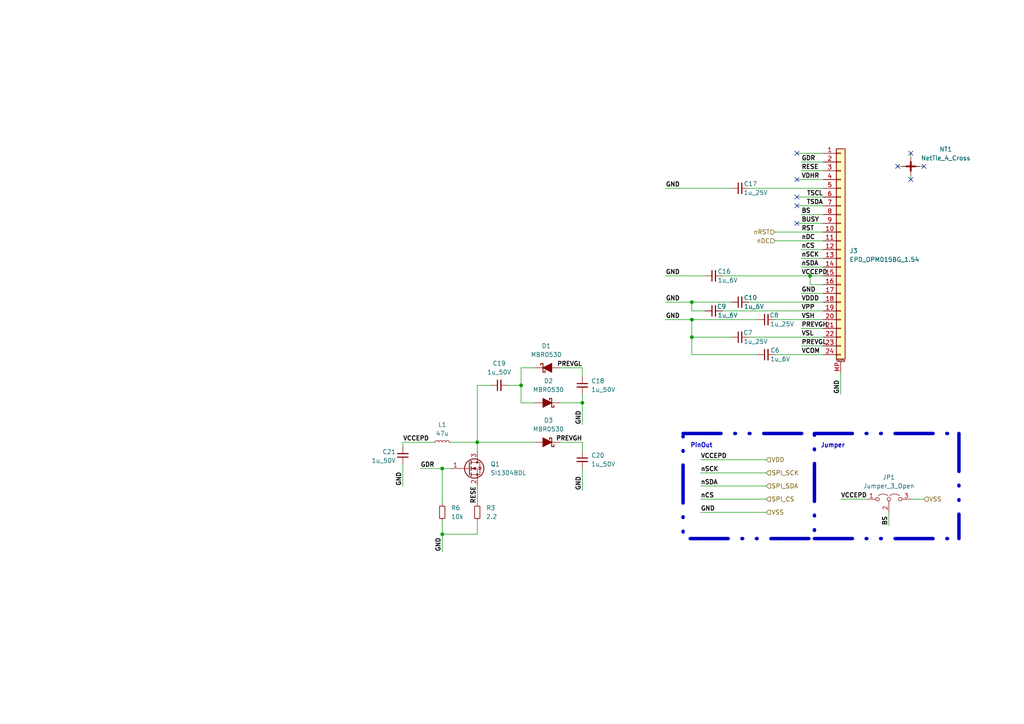
<source format=kicad_sch>
(kicad_sch (version 20231120) (generator "eeschema") (generator_version "8.0")
  (paper "A4")
  (lib_symbols
    (symbol "Library:C_Small" (pin_numbers hide) (pin_names (offset 0.254) hide)
      (property "Reference" "C" (at 0.254 1.778 0))
      (property "Value" "C_Small" (at 0.254 -2.032 0))
      (symbol "C_Small_0_1"
        (polyline (pts (xy -1.524 -0.508) (xy 1.524 -0.508)) (stroke (width 0.3302)))
        (polyline (pts (xy -1.524 0.508) (xy 1.524 0.508)) (stroke (width 0.3048)))
      )
      (symbol "C_Small_1_1"
        (pin passive line (at 0 2.54 270) (length 2.032) (name "~") (number "1"))
        (pin passive line (at 0 -2.54 90) (length 2.032) (name "~") (number "2"))
      )
    )
    (symbol "Library:Conn_01x24_MountingPin" (pin_names (offset 1.016) hide)
      (property "Reference" "J" (at 0 30.48 0))
      (property "Value" "Conn_01x24_MountingPin" (at 1.27 -33.02 0))
      (symbol "Conn_01x24_MountingPin_1_1"
        (rectangle (start -1.27 -30.353) (end 0 -30.607) (stroke (width 0.1524)))
        (rectangle (start -1.27 -27.813) (end 0 -28.067) (stroke (width 0.1524)))
        (rectangle (start -1.27 -25.273) (end 0 -25.527) (stroke (width 0.1524)))
        (rectangle (start -1.27 -22.733) (end 0 -22.987) (stroke (width 0.1524)))
        (rectangle (start -1.27 -20.193) (end 0 -20.447) (stroke (width 0.1524)))
        (rectangle (start -1.27 -17.653) (end 0 -17.907) (stroke (width 0.1524)))
        (rectangle (start -1.27 -15.113) (end 0 -15.367) (stroke (width 0.1524)))
        (rectangle (start -1.27 -12.573) (end 0 -12.827) (stroke (width 0.1524)))
        (rectangle (start -1.27 -10.033) (end 0 -10.287) (stroke (width 0.1524)))
        (rectangle (start -1.27 -7.493) (end 0 -7.747) (stroke (width 0.1524)))
        (rectangle (start -1.27 -4.953) (end 0 -5.207) (stroke (width 0.1524)))
        (rectangle (start -1.27 -2.413) (end 0 -2.667) (stroke (width 0.1524)))
        (rectangle (start -1.27 0.127) (end 0 -0.127) (stroke (width 0.1524)))
        (rectangle (start -1.27 2.667) (end 0 2.413) (stroke (width 0.1524)))
        (rectangle (start -1.27 5.207) (end 0 4.953) (stroke (width 0.1524)))
        (rectangle (start -1.27 7.747) (end 0 7.493) (stroke (width 0.1524)))
        (rectangle (start -1.27 10.287) (end 0 10.033) (stroke (width 0.1524)))
        (rectangle (start -1.27 12.827) (end 0 12.573) (stroke (width 0.1524)))
        (rectangle (start -1.27 15.367) (end 0 15.113) (stroke (width 0.1524)))
        (rectangle (start -1.27 17.907) (end 0 17.653) (stroke (width 0.1524)))
        (rectangle (start -1.27 20.447) (end 0 20.193) (stroke (width 0.1524)))
        (rectangle (start -1.27 22.987) (end 0 22.733) (stroke (width 0.1524)))
        (rectangle (start -1.27 25.527) (end 0 25.273) (stroke (width 0.1524)))
        (rectangle (start -1.27 28.067) (end 0 27.813) (stroke (width 0.1524)))
        (rectangle (start -1.27 29.21) (end 1.27 -31.75) (stroke (width 0.254)) (fill (type background)))
        (polyline (pts (xy -1.016 -32.512) (xy 1.016 -32.512)) (stroke (width 0.1524)))
        (text "Mounting" (at 0 -32.131 0) (effects (font (size 0.381 0.381))))
        (pin passive line (at -5.08 27.94 0) (length 3.81) (name "Pin_1") (number "1"))
        (pin passive line (at -5.08 5.08 0) (length 3.81) (name "Pin_10") (number "10"))
        (pin passive line (at -5.08 2.54 0) (length 3.81) (name "Pin_11") (number "11"))
        (pin passive line (at -5.08 0 0) (length 3.81) (name "Pin_12") (number "12"))
        (pin passive line (at -5.08 -2.54 0) (length 3.81) (name "Pin_13") (number "13"))
        (pin passive line (at -5.08 -5.08 0) (length 3.81) (name "Pin_14") (number "14"))
        (pin passive line (at -5.08 -7.62 0) (length 3.81) (name "Pin_15") (number "15"))
        (pin passive line (at -5.08 -10.16 0) (length 3.81) (name "Pin_16") (number "16"))
        (pin passive line (at -5.08 -12.7 0) (length 3.81) (name "Pin_17") (number "17"))
        (pin passive line (at -5.08 -15.24 0) (length 3.81) (name "Pin_18") (number "18"))
        (pin passive line (at -5.08 -17.78 0) (length 3.81) (name "Pin_19") (number "19"))
        (pin passive line (at -5.08 25.4 0) (length 3.81) (name "Pin_2") (number "2"))
        (pin passive line (at -5.08 -20.32 0) (length 3.81) (name "Pin_20") (number "20"))
        (pin passive line (at -5.08 -22.86 0) (length 3.81) (name "Pin_21") (number "21"))
        (pin passive line (at -5.08 -25.4 0) (length 3.81) (name "Pin_22") (number "22"))
        (pin passive line (at -5.08 -27.94 0) (length 3.81) (name "Pin_23") (number "23"))
        (pin passive line (at -5.08 -30.48 0) (length 3.81) (name "Pin_24") (number "24"))
        (pin passive line (at -5.08 22.86 0) (length 3.81) (name "Pin_3") (number "3"))
        (pin passive line (at -5.08 20.32 0) (length 3.81) (name "Pin_4") (number "4"))
        (pin passive line (at -5.08 17.78 0) (length 3.81) (name "Pin_5") (number "5"))
        (pin passive line (at -5.08 15.24 0) (length 3.81) (name "Pin_6") (number "6"))
        (pin passive line (at -5.08 12.7 0) (length 3.81) (name "Pin_7") (number "7"))
        (pin passive line (at -5.08 10.16 0) (length 3.81) (name "Pin_8") (number "8"))
        (pin passive line (at -5.08 7.62 0) (length 3.81) (name "Pin_9") (number "9"))
        (pin passive line (at 0 -35.56 90) (length 3.048) (name "MountPin") (number "MP"))
      )
    )
    (symbol "Library:Jumper_3_Open" (pin_names (offset 0) hide) (exclude_from_sim yes) (in_bom no)
      (property "Reference" "JP" (at -2.54 -2.54 0))
      (property "Value" "Jumper_3_Open" (at 0 2.794 0))
      (symbol "Jumper_3_Open_0_0"
        (circle (center -3.302 0) (radius 0.508))
        (circle (center 0 0) (radius 0.508))
        (circle (center 3.302 0) (radius 0.508))
      )
      (symbol "Jumper_3_Open_0_1"
        (arc (start -0.254 1.016) (mid -1.651 1.4992) (end -3.048 1.016))
        (polyline (pts (xy 0 -0.508) (xy 0 -1.27)))
        (arc (start 3.048 1.016) (mid 1.651 1.4992) (end 0.254 1.016))
      )
      (symbol "Jumper_3_Open_1_1"
        (pin passive line (at -6.35 0 0) (length 2.54) (name "A") (number "1"))
        (pin passive line (at 0 -3.81 90) (length 2.54) (name "C") (number "2"))
        (pin passive line (at 6.35 0 180) (length 2.54) (name "B") (number "3"))
      )
    )
    (symbol "Library:L_Small" (pin_numbers hide) (pin_names (offset 0.254) hide)
      (property "Reference" "L" (at 0.762 1.016 0))
      (property "Value" "L_Small" (at 0.762 -1.016 0))
      (symbol "L_Small_0_1"
        (arc (start 0 -2.032) (mid 0.5058 -1.524) (end 0 -1.016))
        (arc (start 0 -1.016) (mid 0.5058 -0.508) (end 0 0))
        (arc (start 0 0) (mid 0.5058 0.508) (end 0 1.016))
        (arc (start 0 1.016) (mid 0.5058 1.524) (end 0 2.032))
      )
      (symbol "L_Small_1_1"
        (pin passive line (at 0 2.54 270) (length 0.508) (name "~") (number "1"))
        (pin passive line (at 0 -2.54 90) (length 0.508) (name "~") (number "2"))
      )
    )
    (symbol "Library:MBR0530" (pin_numbers hide) (pin_names (offset 1.016) hide)
      (property "Reference" "D" (at 0 5.08 0))
      (property "Value" "MBR0530" (at 0 2.54 0))
      (symbol "MBR0530_0_1"
        (polyline (pts (xy -1.27 0) (xy 1.27 0)))
        (polyline (pts (xy -1.27 -1.27) (xy -1.27 1.27) (xy 1.27 0) (xy -1.27 -1.27)) (stroke (width 0.254)) (fill (type outline)))
        (polyline (pts (xy 1.905 -0.762) (xy 1.905 -1.27) (xy 1.27 -1.27) (xy 1.27 1.27) (xy 0.635 1.27) (xy 0.635 0.762)) (stroke (width 0.254)))
      )
      (symbol "MBR0530_0_2"
        (polyline (pts (xy -2.54 -2.54) (xy 2.54 2.54)))
        (polyline (pts (xy 0 1.778) (xy 1.778 0)) (stroke (width 0.254)))
        (polyline (pts (xy 0 1.778) (xy -0.381 1.397) (xy 0 1.016)) (stroke (width 0.254)))
        (polyline (pts (xy 1.778 0) (xy 2.159 0.381) (xy 1.778 0.762)) (stroke (width 0.254)))
        (polyline (pts (xy -0.889 -0.889) (xy -1.778 0) (xy 0.889 0.889) (xy 0 -1.778) (xy -0.889 -0.889)) (stroke (width 0.254)) (fill (type outline)))
      )
      (symbol "MBR0530_1_1"
        (pin passive line (at 3.81 0 180) (length 2.54) (name "K") (number "1"))
        (pin passive line (at -3.81 0 0) (length 2.54) (name "A") (number "2"))
      )
      (symbol "MBR0530_1_2"
        (pin passive line (at 2.54 2.54 180) (length 0) (name "K") (number "1"))
        (pin passive line (at -2.54 -2.54 0) (length 0) (name "A") (number "2"))
      )
    )
    (symbol "Library:NetTie_4_Cross" (pin_numbers hide) (pin_names (offset 0) hide) (in_bom no)
      (property "Reference" "NT" (at 0.635 1.27 0))
      (property "Value" "NetTie_4_Cross" (at 0.635 -1.27 0))
      (symbol "NetTie_4_Cross_0_1"
        (polyline (pts (xy -1.27 0) (xy 1.27 0)) (stroke (width 0.508)))
        (polyline (pts (xy 0 -1.27) (xy 0 1.27)) (stroke (width 0.508)))
      )
      (symbol "NetTie_4_Cross_1_1"
        (pin passive line (at -2.54 0 0) (length 2.54) (name "1") (number "1"))
        (pin passive line (at 2.54 0 180) (length 2.54) (name "2") (number "2"))
        (pin passive line (at 0 2.54 270) (length 2.54) (name "3") (number "3"))
        (pin passive line (at 0 -2.54 90) (length 2.54) (name "4") (number "4"))
      )
    )
    (symbol "Library:Q_NMOS_GSD" (pin_names (offset 0) hide)
      (property "Reference" "Q" (at 5.08 1.27 0))
      (property "Value" "Q_NMOS_GSD" (at 5.08 -1.27 0))
      (symbol "Q_NMOS_GSD_0_1"
        (polyline (pts (xy 0.254 0) (xy -2.54 0)))
        (polyline (pts (xy 0.254 1.905) (xy 0.254 -1.905)) (stroke (width 0.254)))
        (polyline (pts (xy 0.762 -1.27) (xy 0.762 -2.286)) (stroke (width 0.254)))
        (polyline (pts (xy 0.762 0.508) (xy 0.762 -0.508)) (stroke (width 0.254)))
        (polyline (pts (xy 0.762 2.286) (xy 0.762 1.27)) (stroke (width 0.254)))
        (polyline (pts (xy 2.54 2.54) (xy 2.54 1.778)))
        (polyline (pts (xy 2.54 -2.54) (xy 2.54 0) (xy 0.762 0)))
        (polyline (pts (xy 0.762 -1.778) (xy 3.302 -1.778) (xy 3.302 1.778) (xy 0.762 1.778)))
        (polyline (pts (xy 1.016 0) (xy 2.032 0.381) (xy 2.032 -0.381) (xy 1.016 0)) (fill (type outline)))
        (polyline (pts (xy 2.794 0.508) (xy 2.921 0.381) (xy 3.683 0.381) (xy 3.81 0.254)))
        (polyline (pts (xy 3.302 0.381) (xy 2.921 -0.254) (xy 3.683 -0.254) (xy 3.302 0.381)))
        (circle (center 1.651 0) (radius 2.794) (stroke (width 0.254)))
        (circle (center 2.54 -1.778) (radius 0.254) (fill (type outline)))
        (circle (center 2.54 1.778) (radius 0.254) (fill (type outline)))
      )
      (symbol "Q_NMOS_GSD_1_1"
        (pin input line (at -5.08 0 0) (length 2.54) (name "G") (number "1"))
        (pin passive line (at 2.54 -5.08 90) (length 2.54) (name "S") (number "2"))
        (pin passive line (at 2.54 5.08 270) (length 2.54) (name "D") (number "3"))
      )
    )
    (symbol "Library:R_Small" (pin_numbers hide) (pin_names (offset 0.254) hide)
      (property "Reference" "R" (at 0.762 0.508 0))
      (property "Value" "R_Small" (at 0.762 -1.016 0))
      (symbol "R_Small_0_1"
        (rectangle (start -0.762 1.778) (end 0.762 -1.778) (stroke (width 0.2032)))
      )
      (symbol "R_Small_1_1"
        (pin passive line (at 0 2.54 270) (length 0.762) (name "~") (number "1"))
        (pin passive line (at 0 -2.54 90) (length 0.762) (name "~") (number "2"))
      )
    )
  )
  (junction (at 168.91 116.84))
  (junction (at 128.27 154.94))
  (junction (at 138.43 128.27))
  (junction (at 200.66 97.79))
  (junction (at 234.95 80.01))
  (junction (at 151.13 111.76))
  (junction (at 128.27 135.89))
  (junction (at 200.66 87.63))
  (junction (at 200.66 92.71))
  (no_connect (at 231.14 44.45))
  (no_connect (at 231.14 57.15))
  (no_connect (at 260.35 48.26))
  (no_connect (at 264.16 44.45))
  (no_connect (at 231.14 59.69))
  (no_connect (at 267.97 48.26))
  (no_connect (at 231.14 52.07))
  (no_connect (at 264.16 52.07))
  (no_connect (at 231.14 64.77))
  (wire (pts (xy 238.76 82.55) (xy 234.95 82.55)))
  (wire (pts (xy 203.2 137.16) (xy 222.25 137.16)))
  (wire (pts (xy 128.27 135.89) (xy 130.81 135.89)))
  (polyline (pts (xy 278.13 125.73) (xy 278.13 156.21)) (stroke (width 1) (type dash_dot_dot)))
  (wire (pts (xy 130.81 128.27) (xy 138.43 128.27)))
  (wire (pts (xy 212.09 87.63) (xy 200.66 87.63)))
  (wire (pts (xy 209.55 90.17) (xy 238.76 90.17)))
  (wire (pts (xy 243.84 144.78) (xy 251.46 144.78)))
  (wire (pts (xy 203.2 144.78) (xy 222.25 144.78)))
  (wire (pts (xy 200.66 87.63) (xy 200.66 90.17)))
  (wire (pts (xy 234.95 82.55) (xy 234.95 80.01)))
  (wire (pts (xy 260.35 48.26) (xy 261.62 48.26)))
  (wire (pts (xy 232.41 85.09) (xy 238.76 85.09)))
  (wire (pts (xy 232.41 72.39) (xy 238.76 72.39)))
  (wire (pts (xy 231.14 57.15) (xy 238.76 57.15)))
  (wire (pts (xy 193.04 92.71) (xy 200.66 92.71)))
  (wire (pts (xy 224.79 69.85) (xy 238.76 69.85)))
  (wire (pts (xy 147.32 111.76) (xy 151.13 111.76)))
  (wire (pts (xy 193.04 80.01) (xy 204.47 80.01)))
  (wire (pts (xy 151.13 106.68) (xy 151.13 111.76)))
  (wire (pts (xy 138.43 140.97) (xy 138.43 146.05)))
  (wire (pts (xy 168.91 130.81) (xy 168.91 128.27)))
  (wire (pts (xy 168.91 109.22) (xy 168.91 106.68)))
  (wire (pts (xy 168.91 116.84) (xy 168.91 114.3)))
  (wire (pts (xy 217.17 97.79) (xy 238.76 97.79)))
  (wire (pts (xy 231.14 44.45) (xy 238.76 44.45)))
  (wire (pts (xy 200.66 92.71) (xy 219.71 92.71)))
  (wire (pts (xy 232.41 74.93) (xy 238.76 74.93)))
  (wire (pts (xy 232.41 62.23) (xy 238.76 62.23)))
  (wire (pts (xy 232.41 46.99) (xy 238.76 46.99)))
  (wire (pts (xy 200.66 97.79) (xy 212.09 97.79)))
  (wire (pts (xy 168.91 106.68) (xy 162.56 106.68)))
  (wire (pts (xy 154.94 106.68) (xy 151.13 106.68)))
  (wire (pts (xy 125.73 128.27) (xy 116.84 128.27)))
  (wire (pts (xy 264.16 144.78) (xy 267.97 144.78)))
  (wire (pts (xy 232.41 100.33) (xy 238.76 100.33)))
  (wire (pts (xy 234.95 80.01) (xy 238.76 80.01)))
  (wire (pts (xy 232.41 77.47) (xy 238.76 77.47)))
  (wire (pts (xy 162.56 128.27) (xy 168.91 128.27)))
  (wire (pts (xy 128.27 135.89) (xy 128.27 146.05)))
  (wire (pts (xy 217.17 87.63) (xy 238.76 87.63)))
  (wire (pts (xy 138.43 154.94) (xy 128.27 154.94)))
  (wire (pts (xy 217.17 54.61) (xy 238.76 54.61)))
  (wire (pts (xy 138.43 151.13) (xy 138.43 154.94)))
  (wire (pts (xy 200.66 97.79) (xy 200.66 92.71)))
  (wire (pts (xy 203.2 140.97) (xy 222.25 140.97)))
  (wire (pts (xy 219.71 102.87) (xy 200.66 102.87)))
  (wire (pts (xy 154.94 128.27) (xy 138.43 128.27)))
  (wire (pts (xy 203.2 148.59) (xy 222.25 148.59)))
  (wire (pts (xy 231.14 64.77) (xy 238.76 64.77)))
  (wire (pts (xy 128.27 154.94) (xy 128.27 160.02)))
  (wire (pts (xy 231.14 52.07) (xy 238.76 52.07)))
  (wire (pts (xy 264.16 44.45) (xy 264.16 45.72)))
  (wire (pts (xy 222.25 133.35) (xy 203.2 133.35)))
  (wire (pts (xy 224.79 102.87) (xy 238.76 102.87)))
  (wire (pts (xy 116.84 128.27) (xy 116.84 129.54)))
  (wire (pts (xy 138.43 111.76) (xy 138.43 128.27)))
  (wire (pts (xy 200.66 102.87) (xy 200.66 97.79)))
  (wire (pts (xy 168.91 116.84) (xy 168.91 123.19)))
  (polyline (pts (xy 236.22 156.21) (xy 278.13 156.21)) (stroke (width 1) (type dash_dot_dot)))
  (wire (pts (xy 138.43 128.27) (xy 138.43 130.81)))
  (wire (pts (xy 231.14 59.69) (xy 238.76 59.69)))
  (wire (pts (xy 193.04 54.61) (xy 212.09 54.61)))
  (wire (pts (xy 162.56 116.84) (xy 168.91 116.84)))
  (wire (pts (xy 209.55 80.01) (xy 234.95 80.01)))
  (wire (pts (xy 193.04 87.63) (xy 200.66 87.63)))
  (wire (pts (xy 224.79 67.31) (xy 238.76 67.31)))
  (wire (pts (xy 200.66 90.17) (xy 204.47 90.17)))
  (wire (pts (xy 128.27 151.13) (xy 128.27 154.94)))
  (wire (pts (xy 121.92 135.89) (xy 128.27 135.89)))
  (wire (pts (xy 264.16 52.07) (xy 264.16 50.8)))
  (wire (pts (xy 232.41 49.53) (xy 238.76 49.53)))
  (polyline (pts (xy 236.22 125.73) (xy 278.13 125.73)) (stroke (width 1) (type dash_dot_dot)))
  (wire (pts (xy 116.84 134.62) (xy 116.84 140.97)))
  (wire (pts (xy 142.24 111.76) (xy 138.43 111.76)))
  (wire (pts (xy 232.41 95.25) (xy 238.76 95.25)))
  (wire (pts (xy 224.79 92.71) (xy 238.76 92.71)))
  (wire (pts (xy 257.81 148.59) (xy 257.81 152.4)))
  (wire (pts (xy 168.91 135.89) (xy 168.91 142.24)))
  (wire (pts (xy 151.13 116.84) (xy 154.94 116.84)))
  (wire (pts (xy 243.84 107.95) (xy 243.84 114.3)))
  (wire (pts (xy 266.7 48.26) (xy 267.97 48.26)))
  (wire (pts (xy 151.13 111.76) (xy 151.13 116.84)))
  (rectangle (start 198.12 125.73) (end 236.22 156.21) (stroke (width 1) (type dash_dot_dot)))
  (text "PinOut" (at 203.454 129.286 0) (effects (font (size 1.27 1.27) (thickness 0.254) (bold yes))))
  (text "Jumper" (at 241.554 129.286 0) (effects (font (size 1.27 1.27) (thickness 0.254) (bold yes))))
  (label "GND" (at 193.04 87.63 0) (effects (font (thickness 0.254) (bold yes))))
  (label "BS" (at 257.81 152.4 90) (effects (font (thickness 0.254) (bold yes))))
  (label "TSCL" (at 238.76 57.15 180) (effects (font (thickness 0.254) (bold yes))))
  (label "RST" (at 232.41 67.31 0) (effects (font (thickness 0.254) (bold yes))))
  (label "PREVGL" (at 232.41 100.33 0) (effects (font (thickness 0.254) (bold yes))))
  (label "BUSY" (at 232.41 64.77 0) (effects (font (thickness 0.254) (bold yes))))
  (label "BS" (at 232.41 62.23 0) (effects (font (thickness 0.254) (bold yes))))
  (label "GND" (at 203.2 148.59 0) (effects (font (thickness 0.254) (bold yes))))
  (label "nSCK" (at 203.2 137.16 0) (effects (font (thickness 0.254) (bold yes))))
  (label "VDDD" (at 232.41 87.63 0) (effects (font (thickness 0.254) (bold yes))))
  (label "GND" (at 193.04 92.71 0) (effects (font (thickness 0.254) (bold yes))))
  (label "RESE" (at 138.43 146.05 90) (effects (font (thickness 0.254) (bold yes))))
  (label "GND" (at 232.41 85.09 0) (effects (font (thickness 0.254) (bold yes))))
  (label "nDC" (at 232.41 69.85 0) (effects (font (thickness 0.254) (bold yes))))
  (label "VSH" (at 232.41 92.71 0) (effects (font (thickness 0.254) (bold yes))))
  (label "nSDA" (at 232.41 77.47 0) (effects (font (thickness 0.254) (bold yes))))
  (label "PREVGH" (at 232.41 95.25 0) (effects (font (thickness 0.254) (bold yes))))
  (label "VSL" (at 232.41 97.79 0) (effects (font (thickness 0.254) (bold yes))))
  (label "VPP" (at 232.41 90.17 0) (effects (font (thickness 0.254) (bold yes))))
  (label "VCCEPD" (at 203.2 133.35 0) (effects (font (thickness 0.254) (bold yes))))
  (label "VDHR" (at 232.41 52.07 0) (effects (font (thickness 0.254) (bold yes))))
  (label "GND" (at 168.91 142.24 90) (effects (font (thickness 0.254) (bold yes))))
  (label "VCCEPD" (at 232.41 80.01 0) (effects (font (thickness 0.254) (bold yes))))
  (label "VCCEPD" (at 116.84 128.27 0) (effects (font (thickness 0.254) (bold yes))))
  (label "nSDA" (at 203.2 140.97 0) (effects (font (thickness 0.254) (bold yes))))
  (label "nCS" (at 203.2 144.78 0) (effects (font (thickness 0.254) (bold yes))))
  (label "TSDA" (at 238.76 59.69 180) (effects (font (thickness 0.254) (bold yes))))
  (label "GND" (at 193.04 80.01 0) (effects (font (thickness 0.254) (bold yes))))
  (label "GND" (at 128.27 160.02 90) (effects (font (thickness 0.254) (bold yes))))
  (label "GND" (at 168.91 123.19 90) (effects (font (thickness 0.254) (bold yes))))
  (label "nCS" (at 232.41 72.39 0) (effects (font (thickness 0.254) (bold yes))))
  (label "VCCEPD" (at 243.84 144.78 0) (effects (font (thickness 0.254) (bold yes))))
  (label "VCOM" (at 232.41 102.87 0) (effects (font (thickness 0.254) (bold yes))))
  (label "GDR" (at 232.41 46.99 0) (effects (font (thickness 0.254) (bold yes))))
  (label "nSCK" (at 232.41 74.93 0) (effects (font (thickness 0.254) (bold yes))))
  (label "GND" (at 243.84 114.3 90) (effects (font (thickness 0.254) (bold yes))))
  (label "GND" (at 116.84 140.97 90) (effects (font (thickness 0.254) (bold yes))))
  (label "PREVGL" (at 168.91 106.68 180) (effects (font (thickness 0.254) (bold yes))))
  (label "PREVGH" (at 168.91 128.27 180) (effects (font (thickness 0.254) (bold yes))))
  (label "GND" (at 193.04 54.61 0) (effects (font (thickness 0.254) (bold yes))))
  (label "RESE" (at 232.41 49.53 0) (effects (font (thickness 0.254) (bold yes))))
  (label "GDR" (at 121.92 135.89 0) (effects (font (thickness 0.254) (bold yes))))
  (hierarchical_label "nRST" (shape input) (at 224.79 67.31 180))
  (hierarchical_label "VDD" (shape input) (at 222.25 133.35 0))
  (hierarchical_label "SPI_SDA" (shape input) (at 222.25 140.97 0) (effects (font (thickness 0.1588))))
  (hierarchical_label "VSS" (shape input) (at 267.97 144.78 0))
  (hierarchical_label "nDC" (shape input) (at 224.79 69.85 180))
  (hierarchical_label "VSS" (shape input) (at 222.25 148.59 0))
  (hierarchical_label "SPI_SCK" (shape input) (at 222.25 137.16 0) (effects (font (thickness 0.1588))))
  (hierarchical_label "SPI_CS" (shape input) (at 222.25 144.78 0) (effects (font (thickness 0.1588))))
  (symbol (lib_id "Library:C_Small") (at 222.25 92.71 90) (unit 1)
    (property "Reference" "C8" (at 224.536 91.44 90))
    (property "Value" "1u_25V" (at 226.822 93.98 90))
    (property "Footprint" "PCM_Capacitor_SMD_AKL:C_0402_1005Metric_Pad0.74x0.62mm_HandSolder" (effects (hide yes)))
    (property "Description" "Unpolarized capacitor, small symbol" (effects (hide yes)))
    (property "Type" "V105K0402X6S250NCT" (effects (hide yes)))
    (property "Manufacturer" "VIIYONG" (effects (hide yes)))
  )
  (symbol (lib_id "Library:C_Small") (at 207.01 90.17 90) (unit 1)
    (property "Reference" "C9" (at 209.296 88.9 90))
    (property "Value" "1u_6V" (at 211.074 91.44 90))
    (property "Footprint" "PCM_Capacitor_SMD_AKL:C_0402_1005Metric_Pad0.74x0.62mm_HandSolder" (effects (hide yes)))
    (property "Description" "Unpolarized capacitor, small symbol" (effects (hide yes)))
    (property "Type" "V105K0402X5R160NBT" (effects (hide yes)))
    (property "Manufacturer" "VIIYONG" (effects (hide yes)))
  )
  (symbol (lib_id "Library:C_Small") (at 168.91 133.35 0) (unit 1)
    (property "Reference" "C20" (at 171.45 132.0862 0) (effects (justify left)))
    (property "Value" "1u_50V" (at 171.45 134.6262 0) (effects (justify left)))
    (property "Footprint" "PCM_Capacitor_SMD_AKL:C_0402_1005Metric_Pad0.74x0.62mm_HandSolder" (effects (hide yes)))
    (property "Description" "Unpolarized capacitor, small symbol" (effects (hide yes)))
    (property "Type" "HGC0402R5105K500NTEJ" (effects (hide yes)))
    (property "Manufacturer" "Chinocera" (effects (hide yes)))
  )
  (symbol (lib_id "Library:C_Small") (at 214.63 54.61 90) (unit 1)
    (property "Reference" "C17" (at 217.678 53.34 90))
    (property "Value" "1u_25V" (at 219.202 55.88 90))
    (property "Footprint" "PCM_Capacitor_SMD_AKL:C_0402_1005Metric_Pad0.74x0.62mm_HandSolder" (effects (hide yes)))
    (property "Description" "Unpolarized capacitor, small symbol" (effects (hide yes)))
    (property "Type" "V105K0402X6S250NCT" (effects (hide yes)))
    (property "Manufacturer" "VIIYONG" (effects (hide yes)))
  )
  (symbol (lib_id "Library:NetTie_4_Cross") (at 264.16 48.26 0) (unit 1) (in_bom no)
    (property "Reference" "NT1" (at 274.32 43.3068 0))
    (property "Value" "NetTie_4_Cross" (at 274.32 45.8468 0))
    (property "Description" "Net tie, 4 pins, cross" (effects (hide yes)))
  )
  (symbol (lib_id "Library:Q_NMOS_GSD") (at 135.89 135.89 0) (unit 1)
    (property "Reference" "Q1" (at 142.24 134.6199 0) (effects (justify left)))
    (property "Value" "SI1304BDL" (at 142.24 137.1599 0) (effects (justify left)))
    (property "Footprint" "Package_TO_SOT_SMD:SOT-323_SC-70" (effects (hide yes)))
    (property "Description" "N-MOSFET transistor, gate/source/drain" (effects (hide yes)))
    (property "Manufacturer" "VBsemi" (effects (hide yes)))
    (property "Type" "SI1304BDL-T1-GE3-VB" (effects (hide yes)))
  )
  (symbol (lib_id "Library:C_Small") (at 214.63 87.63 90) (unit 1)
    (property "Reference" "C10" (at 217.678 86.36 90))
    (property "Value" "1u_6V" (at 218.694 88.9 90))
    (property "Footprint" "PCM_Capacitor_SMD_AKL:C_0402_1005Metric_Pad0.74x0.62mm_HandSolder" (effects (hide yes)))
    (property "Description" "Unpolarized capacitor, small symbol" (effects (hide yes)))
    (property "Type" "V105K0402X5R160NBT" (effects (hide yes)))
    (property "Manufacturer" "VIIYONG" (effects (hide yes)))
  )
  (symbol (lib_id "Library:Conn_01x24_MountingPin") (at 243.84 72.39 0) (unit 1)
    (property "Reference" "J3" (at 246.38 72.7455 0) (effects (justify left)))
    (property "Value" "EPD_OPM015BG_1.54" (at 246.38 75.2855 0) (effects (justify left)))
    (property "Footprint" "Connector_FFC-FPC:Hirose_FH34SRJ-24S-0.5SH(50)_1x24_P0.50mm_Horizontal" (effects (hide yes)))
    (property "Description" "Generic connectable mounting pin connector, single row, 01x24, script generated (kicad-library-utils/schlib/autogen/connector/)" (effects (hide yes)))
  )
  (symbol (lib_id "Library:C_Small") (at 168.91 111.76 0) (unit 1)
    (property "Reference" "C18" (at 171.45 110.4962 0) (effects (justify left)))
    (property "Value" "1u_50V" (at 171.45 113.0362 0) (effects (justify left)))
    (property "Footprint" "PCM_Capacitor_SMD_AKL:C_0402_1005Metric_Pad0.74x0.62mm_HandSolder" (effects (hide yes)))
    (property "Description" "Unpolarized capacitor, small symbol" (effects (hide yes)))
    (property "Type" "HGC0402R5105K500NTEJ" (effects (hide yes)))
    (property "Manufacturer" "Chinocera" (effects (hide yes)))
  )
  (symbol (lib_id "Library:R_Small") (at 128.27 148.59 180) (unit 1)
    (property "Reference" "R6" (at 130.81 147.3199 0) (effects (justify right)))
    (property "Value" "10k" (at 130.81 149.8599 0) (effects (justify right)))
    (property "Footprint" "PCM_Resistor_SMD_AKL:R_0402_1005Metric_Pad0.72x0.64mm_HandSolder" (effects (hide yes)))
    (property "Description" "Resistor, small symbol" (effects (hide yes)))
    (property "Type" "RC-02W1002FT" (effects (hide yes)))
    (property "Manufacturer" "FH" (effects (hide yes)))
  )
  (symbol (lib_id "Library:C_Small") (at 207.01 80.01 90) (unit 1)
    (property "Reference" "C16" (at 210.058 78.74 90))
    (property "Value" "1u_6V" (at 211.074 81.28 90))
    (property "Footprint" "PCM_Capacitor_SMD_AKL:C_0402_1005Metric_Pad0.74x0.62mm_HandSolder" (effects (hide yes)))
    (property "Description" "Unpolarized capacitor, small symbol" (effects (hide yes)))
    (property "Type" "V105K0402X5R160NBT" (effects (hide yes)))
    (property "Manufacturer" "VIIYONG" (effects (hide yes)))
  )
  (symbol (lib_id "Library:R_Small") (at 138.43 148.59 180) (unit 1)
    (property "Reference" "R3" (at 140.97 147.3199 0) (effects (justify right)))
    (property "Value" "2.2" (at 140.97 149.8599 0) (effects (justify right)))
    (property "Footprint" "PCM_Resistor_SMD_AKL:R_0402_1005Metric_Pad0.72x0.64mm_HandSolder" (effects (hide yes)))
    (property "Description" "Resistor, small symbol" (effects (hide yes)))
    (property "Type" "RC-02U2R20FT" (effects (hide yes)))
    (property "Manufacturer" "FH" (effects (hide yes)))
  )
  (symbol (lib_id "Library:MBR0530") (at 158.75 106.68 180) (unit 1)
    (property "Reference" "D1" (at 158.4325 100.33 0))
    (property "Value" "MBR0530" (at 158.4325 102.87 0))
    (property "Footprint" "PCM_Diode_SMD_AKL:D_SOD-123F" (effects (hide yes)))
    (property "Datasheet" "https://www.tme.eu/Document/e987606cc6458777179b56c0f188b5da/MBR0530T1G.PDF" (effects (hide yes)))
    (property "Description" "SOD-123 Schottky diode, 30V, 0.5A, Alternate KiCAD Library" (effects (hide yes)))
    (property "Manufacturer" "FUXINSEMI" (effects (hide yes)))
    (property "Type" "MBR0530T1G" (effects (hide yes)))
  )
  (symbol (lib_id "Library:C_Small") (at 144.78 111.76 90) (unit 1)
    (property "Reference" "C19" (at 144.7863 105.41 90))
    (property "Value" "1u_50V" (at 144.7863 107.95 90))
    (property "Footprint" "PCM_Capacitor_SMD_AKL:C_0402_1005Metric_Pad0.74x0.62mm_HandSolder" (effects (hide yes)))
    (property "Description" "Unpolarized capacitor, small symbol" (effects (hide yes)))
    (property "Type" "HGC0402R5105K500NTEJ" (effects (hide yes)))
    (property "Manufacturer" "Chinocera" (effects (hide yes)))
  )
  (symbol (lib_id "Library:C_Small") (at 214.63 97.79 90) (unit 1)
    (property "Reference" "C7" (at 216.916 96.52 90))
    (property "Value" "1u_25V" (at 219.202 99.06 90))
    (property "Footprint" "PCM_Capacitor_SMD_AKL:C_0402_1005Metric_Pad0.74x0.62mm_HandSolder" (effects (hide yes)))
    (property "Description" "Unpolarized capacitor, small symbol" (effects (hide yes)))
    (property "Type" "V105K0402X6S250NCT" (effects (hide yes)))
    (property "Manufacturer" "VIIYONG" (effects (hide yes)))
  )
  (symbol (lib_id "Library:L_Small") (at 128.27 128.27 90) (unit 1)
    (property "Reference" "L1" (at 128.27 123.19 90))
    (property "Value" "47u" (at 128.27 125.73 90))
    (property "Footprint" "PCM_Inductor_SMD_Handsoldering_AKL:L_Taiyo-Yuden_NR-40xx_BigPads" (effects (hide yes)))
    (property "Description" "Inductor, small symbol" (effects (hide yes)))
    (property "Manufacturer" "cjiang" (effects (hide yes)))
    (property "Type" "FNR4030S470MT" (effects (hide yes)))
  )
  (symbol (lib_id "Library:MBR0530") (at 158.75 128.27 0) (unit 1)
    (property "Reference" "D3" (at 159.0675 121.92 0))
    (property "Value" "MBR0530" (at 159.0675 124.46 0))
    (property "Footprint" "PCM_Diode_SMD_AKL:D_SOD-123F" (effects (hide yes)))
    (property "Datasheet" "https://www.tme.eu/Document/e987606cc6458777179b56c0f188b5da/MBR0530T1G.PDF" (effects (hide yes)))
    (property "Description" "SOD-123 Schottky diode, 30V, 0.5A, Alternate KiCAD Library" (effects (hide yes)))
    (property "Manufacturer" "FUXINSEMI" (effects (hide yes)))
    (property "Type" "MBR0530T1G" (effects (hide yes)))
  )
  (symbol (lib_id "Library:C_Small") (at 116.84 132.08 180) (unit 1)
    (property "Reference" "C21" (at 114.808 131.064 0) (effects (justify left)))
    (property "Value" "1u_50V" (at 114.808 133.604 0) (effects (justify left)))
    (property "Footprint" "PCM_Capacitor_SMD_AKL:C_0402_1005Metric_Pad0.74x0.62mm_HandSolder" (effects (hide yes)))
    (property "Description" "Unpolarized capacitor, small symbol" (effects (hide yes)))
    (property "Type" "HGC0402R5105K500NTEJ" (effects (hide yes)))
    (property "Manufacturer" "Chinocera" (effects (hide yes)))
  )
  (symbol (lib_id "Library:MBR0530") (at 158.75 116.84 0) (unit 1)
    (property "Reference" "D2" (at 159.0675 110.49 0))
    (property "Value" "MBR0530" (at 159.0675 113.03 0))
    (property "Footprint" "PCM_Diode_SMD_AKL:D_SOD-123F" (effects (hide yes)))
    (property "Datasheet" "https://www.tme.eu/Document/e987606cc6458777179b56c0f188b5da/MBR0530T1G.PDF" (effects (hide yes)))
    (property "Description" "SOD-123 Schottky diode, 30V, 0.5A, Alternate KiCAD Library" (effects (hide yes)))
    (property "Manufacturer" "FUXINSEMI" (effects (hide yes)))
    (property "Type" "MBR0530T1G" (effects (hide yes)))
  )
  (symbol (lib_id "Library:Jumper_3_Open") (at 257.81 144.78 0) (unit 1) (exclude_from_sim yes) (in_bom no)
    (property "Reference" "JP1" (at 257.81 138.43 0))
    (property "Value" "Jumper_3_Open" (at 257.81 140.97 0))
    (property "Footprint" "Jumper:SolderJumper-3_P1.3mm_Open_RoundedPad1.0x1.5mm_NumberLabels" (effects (hide yes)))
    (property "Description" "Jumper, 3-pole, both open" (effects (hide yes)))
  )
  (symbol (lib_id "Library:C_Small") (at 222.25 102.87 90) (unit 1)
    (property "Reference" "C6" (at 224.79 101.6 90))
    (property "Value" "1u_6V" (at 226.314 104.14 90))
    (property "Footprint" "PCM_Capacitor_SMD_AKL:C_0402_1005Metric_Pad0.74x0.62mm_HandSolder" (effects (hide yes)))
    (property "Description" "Unpolarized capacitor, small symbol" (effects (hide yes)))
    (property "Type" "V105K0402X5R160NBT" (effects (hide yes)))
    (property "Manufacturer" "VIIYONG" (effects (hide yes)))
  )
)
</source>
